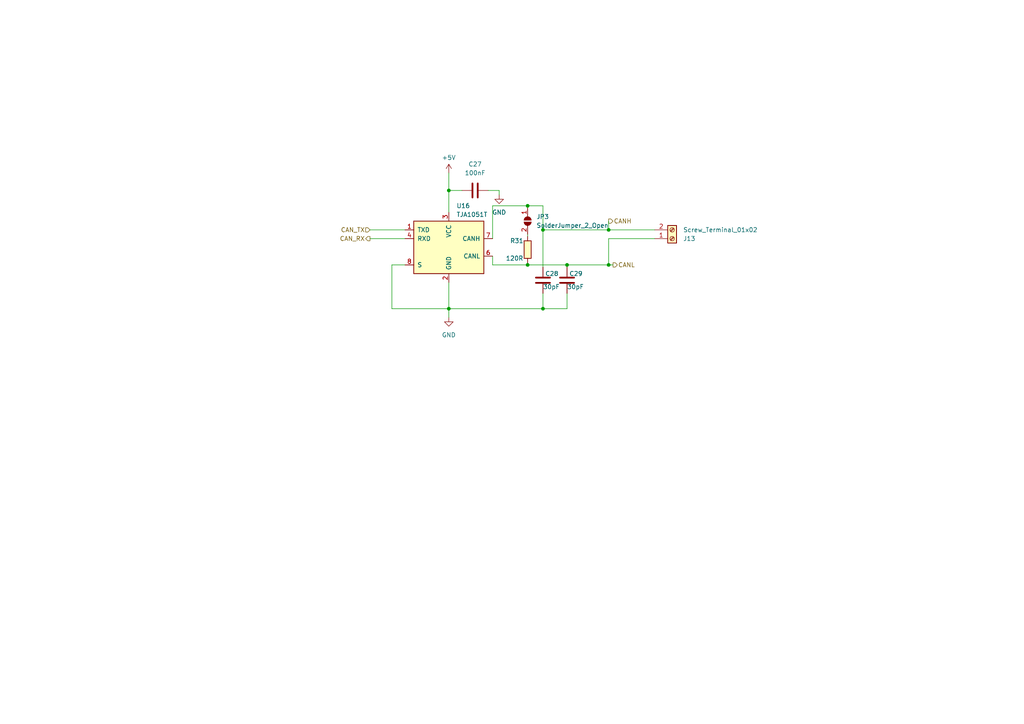
<source format=kicad_sch>
(kicad_sch (version 20230121) (generator eeschema)
  (paper "A4")
  (lib_symbols
    (symbol "Connector:Screw_Terminal_01x02" (pin_names (offset 1.016) hide)
      (property "Reference" "J" (at 0 2.54 0))
      (property "Value" "Screw_Terminal_01x02" (at 0 -5.08 0))
      (symbol "Screw_Terminal_01x02_1_1"
        (rectangle (start -1.27 1.27) (end 1.27 -3.81) (stroke (width 0.254)) (fill (type background)))
        (circle (center 0 -2.54) (radius 0.635) (stroke (width 0.1524)))
        (polyline (pts (xy -0.5334 -2.2098) (xy 0.3302 -3.048)) (stroke (width 0.1524)))
        (polyline (pts (xy -0.5334 0.3302) (xy 0.3302 -0.508)) (stroke (width 0.1524)))
        (polyline (pts (xy -0.3556 -2.032) (xy 0.508 -2.8702)) (stroke (width 0.1524)))
        (polyline (pts (xy -0.3556 0.508) (xy 0.508 -0.3302)) (stroke (width 0.1524)))
        (circle (center 0 0) (radius 0.635) (stroke (width 0.1524)))
        (pin passive line (at -5.08 0 0) (length 3.81) (name "Pin_1") (number "1"))
        (pin passive line (at -5.08 -2.54 0) (length 3.81) (name "Pin_2") (number "2"))
      )
    )
    (symbol "IVS_SYMBOLS:C" (pin_numbers hide) (pin_names (offset 0.254))
      (property "Reference" "C" (at 0.635 2.54 0))
      (property "Value" "C" (at 0.635 -2.54 0))
      (symbol "C_0_1"
        (polyline (pts (xy -2.032 -0.762) (xy 2.032 -0.762)) (stroke (width 0.508)))
        (polyline (pts (xy -2.032 0.762) (xy 2.032 0.762)) (stroke (width 0.508)))
      )
      (symbol "C_1_1"
        (pin passive line (at 0 3.81 270) (length 2.794) (name "~") (number "1"))
        (pin passive line (at 0 -3.81 90) (length 2.794) (name "~") (number "2"))
      )
    )
    (symbol "IVS_SYMBOLS:R" (pin_numbers hide) (pin_names (offset 0))
      (property "Reference" "R" (at 2.032 0 90))
      (property "Value" "R" (at 0 0 90))
      (symbol "R_1_1"
        (rectangle (start -1.016 2.54) (end 1.016 -2.54) (stroke (width 0.254)) (fill (type background)))
        (pin passive line (at 0 3.81 270) (length 1.27) (name "~") (number "1"))
        (pin passive line (at 0 -3.81 90) (length 1.27) (name "~") (number "2"))
      )
    )
    (symbol "Interface_CAN_LIN:TJA1051T" (pin_names (offset 1.016))
      (property "Reference" "U" (at -10.16 8.89 0))
      (property "Value" "TJA1051T" (at 1.27 8.89 0))
      (symbol "TJA1051T_0_1"
        (rectangle (start -10.16 7.62) (end 10.16 -7.62) (stroke (width 0.254)) (fill (type background)))
      )
      (symbol "TJA1051T_1_1"
        (pin input line (at -12.7 5.08 0) (length 2.54) (name "TXD") (number "1"))
        (pin power_in line (at 0 -10.16 90) (length 2.54) (name "GND") (number "2"))
        (pin power_in line (at 0 10.16 270) (length 2.54) (name "VCC") (number "3"))
        (pin output line (at -12.7 2.54 0) (length 2.54) (name "RXD") (number "4"))
        (pin no_connect line (at -10.16 -2.54 0) (length 2.54) hide (name "NC") (number "5"))
        (pin bidirectional line (at 12.7 -2.54 180) (length 2.54) (name "CANL") (number "6"))
        (pin bidirectional line (at 12.7 2.54 180) (length 2.54) (name "CANH") (number "7"))
        (pin input line (at -12.7 -5.08 0) (length 2.54) (name "S") (number "8"))
      )
    )
    (symbol "Jumper:SolderJumper_2_Open" (pin_names (offset 0) hide)
      (property "Reference" "JP" (at 0 2.032 0))
      (property "Value" "SolderJumper_2_Open" (at 0 -2.54 0))
      (symbol "SolderJumper_2_Open_0_1"
        (arc (start -0.254 1.016) (mid -1.2656 0) (end -0.254 -1.016))
        (arc (start -0.254 1.016) (mid -1.2656 0) (end -0.254 -1.016) (fill (type outline)))
        (polyline (pts (xy -0.254 1.016) (xy -0.254 -1.016)))
        (polyline (pts (xy 0.254 1.016) (xy 0.254 -1.016)))
        (arc (start 0.254 -1.016) (mid 1.2656 0) (end 0.254 1.016))
        (arc (start 0.254 -1.016) (mid 1.2656 0) (end 0.254 1.016) (fill (type outline)))
      )
      (symbol "SolderJumper_2_Open_1_1"
        (pin passive line (at -3.81 0 0) (length 2.54) (name "A") (number "1"))
        (pin passive line (at 3.81 0 180) (length 2.54) (name "B") (number "2"))
      )
    )
    (symbol "power:+5V" (power) (pin_names (offset 0))
      (property "Value" "+5V" (at 0 3.556 0))
      (symbol "+5V_0_1"
        (polyline (pts (xy -0.762 1.27) (xy 0 2.54)))
        (polyline (pts (xy 0 0) (xy 0 2.54)))
        (polyline (pts (xy 0 2.54) (xy 0.762 1.27)))
      )
      (symbol "+5V_1_1"
        (pin power_in line (at 0 0 90) (length 0) hide (name "+5V") (number "1"))
      )
    )
    (symbol "power:GND" (power) (pin_names (offset 0))
      (property "Value" "GND" (at 0 -3.81 0))
      (symbol "GND_0_1"
        (polyline (pts (xy 0 0) (xy 0 -1.27) (xy 1.27 -1.27) (xy 0 -2.54) (xy -1.27 -1.27) (xy 0 -1.27)))
      )
      (symbol "GND_1_1"
        (pin power_in line (at 0 0 270) (length 0) hide (name "GND") (number "1"))
      )
    )
  )
  (junction (at 153.035 59.69))
  (junction (at 157.48 89.535))
  (junction (at 157.48 66.675))
  (junction (at 153.035 76.835))
  (junction (at 176.53 76.835))
  (junction (at 130.175 55.245))
  (junction (at 164.465 76.835))
  (junction (at 130.175 89.535))
  (junction (at 176.53 66.675))
  (wire (pts (xy 153.035 59.69) (xy 157.48 59.69)))
  (wire (pts (xy 142.875 69.215) (xy 142.875 59.69)))
  (wire (pts (xy 176.53 76.835) (xy 177.8 76.835)))
  (wire (pts (xy 153.035 76.835) (xy 153.035 76.2)))
  (wire (pts (xy 157.48 66.675) (xy 157.48 77.47)))
  (wire (pts (xy 176.53 66.675) (xy 189.865 66.675)))
  (wire (pts (xy 113.665 89.535) (xy 130.175 89.535)))
  (wire (pts (xy 144.78 55.245) (xy 144.78 56.515)))
  (wire (pts (xy 130.175 89.535) (xy 157.48 89.535)))
  (wire (pts (xy 157.48 66.675) (xy 176.53 66.675)))
  (wire (pts (xy 176.53 64.135) (xy 176.53 66.675)))
  (wire (pts (xy 153.035 76.835) (xy 164.465 76.835)))
  (wire (pts (xy 164.465 76.835) (xy 176.53 76.835)))
  (wire (pts (xy 176.53 69.215) (xy 176.53 76.835)))
  (wire (pts (xy 130.175 50.165) (xy 130.175 55.245)))
  (wire (pts (xy 157.48 59.69) (xy 157.48 66.675)))
  (wire (pts (xy 153.035 59.69) (xy 153.035 60.325)))
  (wire (pts (xy 107.315 69.215) (xy 117.475 69.215)))
  (wire (pts (xy 142.875 59.69) (xy 153.035 59.69)))
  (wire (pts (xy 157.48 85.09) (xy 157.48 89.535)))
  (wire (pts (xy 142.875 76.835) (xy 153.035 76.835)))
  (wire (pts (xy 117.475 76.835) (xy 113.665 76.835)))
  (wire (pts (xy 107.315 66.675) (xy 117.475 66.675)))
  (wire (pts (xy 153.035 67.945) (xy 153.035 68.58)))
  (wire (pts (xy 189.865 69.215) (xy 176.53 69.215)))
  (wire (pts (xy 164.465 76.835) (xy 164.465 77.47)))
  (wire (pts (xy 142.875 74.295) (xy 142.875 76.835)))
  (wire (pts (xy 113.665 76.835) (xy 113.665 89.535)))
  (wire (pts (xy 130.175 55.245) (xy 130.175 61.595)))
  (wire (pts (xy 130.175 81.915) (xy 130.175 89.535)))
  (wire (pts (xy 164.465 85.09) (xy 164.465 89.535)))
  (wire (pts (xy 157.48 89.535) (xy 164.465 89.535)))
  (wire (pts (xy 130.175 89.535) (xy 130.175 92.075)))
  (wire (pts (xy 141.605 55.245) (xy 144.78 55.245)))
  (wire (pts (xy 130.175 55.245) (xy 133.985 55.245)))
  (hierarchical_label "CAN_TX" (shape input) (at 107.315 66.675 180))
  (hierarchical_label "CAN_RX" (shape output) (at 107.315 69.215 180))
  (hierarchical_label "CANL" (shape output) (at 177.8 76.835 0))
  (hierarchical_label "CANH" (shape output) (at 176.53 64.135 0))
  (symbol (lib_id "power:+5V") (at 130.175 50.165 0) (unit 1)
    (property "Reference" "#PWR020" (effects hide))
    (property "Value" "+5V" (at 130.175 45.72 0))
  )
  (symbol (lib_id "power:GND") (at 144.78 56.515 0) (unit 1)
    (property "Reference" "#PWR058" (effects hide))
    (property "Value" "GND" (at 144.78 61.595 0))
  )
  (symbol (lib_id "IVS_SYMBOLS:C") (at 164.465 81.28 0) (unit 1)
    (property "Reference" "C29" (at 165.1 79.375 0) (effects (justify left)))
    (property "Value" "30pF" (at 164.465 83.185 0) (effects (justify left)))
    (property "Footprint" "IVS_FOOTPRINTS:C_0603" (effects hide))
  )
  (symbol (lib_id "Interface_CAN_LIN:TJA1051T") (at 130.175 71.755 0) (unit 1)
    (property "Reference" "U16" (at 132.3691 59.69 0) (effects (justify left)))
    (property "Value" "TJA1051T" (at 132.3691 62.23 0) (effects (justify left)))
    (property "Footprint" "Package_SO:SOIC-8_3.9x4.9mm_P1.27mm" (effects hide))
    (property "Datasheet" "http://www.nxp.com/docs/en/data-sheet/TJA1051.pdf" (effects hide))
  )
  (symbol (lib_id "power:GND") (at 130.175 92.075 0) (unit 1)
    (property "Reference" "#PWR057" (effects hide))
    (property "Value" "GND" (at 130.175 97.155 0))
  )
  (symbol (lib_id "IVS_SYMBOLS:C") (at 137.795 55.245 90) (unit 1)
    (property "Reference" "C27" (at 137.795 47.625 90))
    (property "Value" "100nF" (at 137.795 50.165 90))
    (property "Footprint" "IVS_FOOTPRINTS:C_0603" (effects hide))
  )
  (symbol (lib_id "IVS_SYMBOLS:R") (at 153.035 72.39 0) (unit 1)
    (property "Reference" "R31" (at 147.955 69.85 0) (effects (justify left)))
    (property "Value" "120R" (at 146.685 74.93 0) (effects (justify left)))
    (property "Footprint" "IVS_FOOTPRINTS:R_0603" (effects hide))
  )
  (symbol (lib_id "Jumper:SolderJumper_2_Open") (at 153.035 64.135 270) (unit 1)
    (property "Reference" "JP3" (at 155.575 62.865 90) (effects (justify left)))
    (property "Value" "SolderJumper_2_Open" (at 155.575 65.405 90) (effects (justify left)))
    (property "Footprint" "Connector_PinHeader_2.54mm:PinHeader_1x02_P2.54mm_Vertical" (effects hide))
  )
  (symbol (lib_id "IVS_SYMBOLS:C") (at 157.48 81.28 0) (unit 1)
    (property "Reference" "C28" (at 158.115 79.375 0) (effects (justify left)))
    (property "Value" "30pF" (at 157.48 83.185 0) (effects (justify left)))
    (property "Footprint" "IVS_FOOTPRINTS:C_0603" (effects hide))
  )
  (symbol (lib_id "Connector:Screw_Terminal_01x02") (at 194.945 69.215 0) (mirror x) (unit 1)
    (property "Reference" "J13" (at 198.12 69.215 0) (effects (justify left)))
    (property "Value" "Screw_Terminal_01x02" (at 198.12 66.675 0) (effects (justify left)))
    (property "Footprint" "IVS_FOOTPRINTS:TerminalBlock_bornier-2_P5.08mm" (effects hide))
  )
)
</source>
